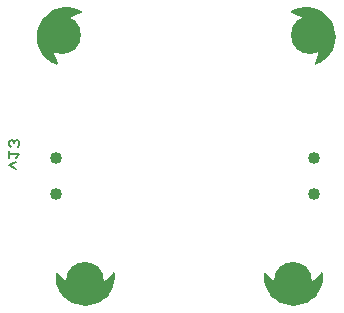
<source format=gbr>
G04 EAGLE Gerber RS-274X export*
G75*
%MOMM*%
%FSLAX34Y34*%
%LPD*%
%INBottom Copper*%
%IPPOS*%
%AMOC8*
5,1,8,0,0,1.08239X$1,22.5*%
G01*
%ADD10C,0.152400*%
%ADD11C,3.216000*%
%ADD12C,1.016000*%

G36*
X255396Y3327D02*
X255396Y3327D01*
X255486Y3345D01*
X255550Y3348D01*
X259099Y4109D01*
X259185Y4141D01*
X259248Y4154D01*
X262639Y5449D01*
X262719Y5493D01*
X262780Y5516D01*
X265932Y7314D01*
X265946Y7325D01*
X265961Y7332D01*
X266010Y7373D01*
X266061Y7401D01*
X268902Y9661D01*
X268964Y9727D01*
X269016Y9767D01*
X271477Y12433D01*
X271529Y12508D01*
X271574Y12556D01*
X273599Y15568D01*
X273639Y15649D01*
X273676Y15703D01*
X275217Y18989D01*
X275243Y19076D01*
X275272Y19135D01*
X276292Y22618D01*
X276305Y22708D01*
X276324Y22770D01*
X276800Y26368D01*
X276799Y26460D01*
X276809Y26524D01*
X276729Y30152D01*
X276720Y30206D01*
X276721Y30260D01*
X276697Y30345D01*
X276683Y30433D01*
X276660Y30482D01*
X276646Y30534D01*
X276599Y30609D01*
X276561Y30690D01*
X276525Y30730D01*
X276497Y30776D01*
X276431Y30836D01*
X276373Y30903D01*
X276327Y30931D01*
X276287Y30968D01*
X276208Y31007D01*
X276133Y31055D01*
X276081Y31070D01*
X276032Y31094D01*
X275945Y31110D01*
X275860Y31135D01*
X275806Y31135D01*
X275753Y31145D01*
X275664Y31135D01*
X275576Y31136D01*
X275524Y31121D01*
X275470Y31115D01*
X275388Y31082D01*
X275302Y31058D01*
X275256Y31029D01*
X275206Y31009D01*
X275151Y30964D01*
X275061Y30907D01*
X274998Y30838D01*
X274947Y30796D01*
X272192Y27621D01*
X269068Y24918D01*
X265591Y22686D01*
X261833Y20972D01*
X257869Y19809D01*
X253780Y19222D01*
X249648Y19222D01*
X245559Y19809D01*
X241595Y20972D01*
X237837Y22686D01*
X234360Y24918D01*
X231236Y27621D01*
X228481Y30796D01*
X228440Y30831D01*
X228406Y30873D01*
X228333Y30924D01*
X228266Y30982D01*
X228217Y31005D01*
X228173Y31036D01*
X228089Y31064D01*
X228008Y31102D01*
X227955Y31110D01*
X227904Y31127D01*
X227815Y31132D01*
X227727Y31145D01*
X227674Y31138D01*
X227620Y31141D01*
X227533Y31120D01*
X227445Y31109D01*
X227396Y31088D01*
X227343Y31075D01*
X227266Y31031D01*
X227184Y30996D01*
X227143Y30962D01*
X227096Y30935D01*
X227034Y30872D01*
X226965Y30815D01*
X226935Y30771D01*
X226897Y30732D01*
X226855Y30654D01*
X226804Y30581D01*
X226787Y30530D01*
X226762Y30482D01*
X226748Y30412D01*
X226715Y30311D01*
X226711Y30217D01*
X226699Y30152D01*
X226619Y26524D01*
X226630Y26433D01*
X226628Y26368D01*
X227104Y22770D01*
X227128Y22682D01*
X227136Y22618D01*
X228156Y19135D01*
X228194Y19052D01*
X228211Y18989D01*
X229752Y15703D01*
X229802Y15627D01*
X229829Y15568D01*
X231854Y12556D01*
X231915Y12488D01*
X231951Y12433D01*
X234412Y9767D01*
X234483Y9709D01*
X234526Y9661D01*
X237367Y7401D01*
X237402Y7381D01*
X237423Y7361D01*
X237465Y7340D01*
X237496Y7314D01*
X240648Y5516D01*
X240733Y5482D01*
X240789Y5449D01*
X244180Y4154D01*
X244268Y4133D01*
X244329Y4109D01*
X247878Y3348D01*
X247968Y3341D01*
X248032Y3327D01*
X251655Y3116D01*
X251722Y3122D01*
X251773Y3116D01*
X255396Y3327D01*
G37*
G36*
X79120Y3327D02*
X79120Y3327D01*
X79210Y3345D01*
X79274Y3348D01*
X82823Y4109D01*
X82909Y4141D01*
X82972Y4154D01*
X86363Y5449D01*
X86443Y5493D01*
X86504Y5516D01*
X89656Y7314D01*
X89670Y7325D01*
X89685Y7332D01*
X89734Y7373D01*
X89785Y7401D01*
X92626Y9661D01*
X92688Y9727D01*
X92740Y9767D01*
X95201Y12433D01*
X95253Y12508D01*
X95298Y12556D01*
X97323Y15568D01*
X97363Y15649D01*
X97400Y15703D01*
X98941Y18989D01*
X98967Y19076D01*
X98996Y19135D01*
X100016Y22618D01*
X100029Y22708D01*
X100048Y22770D01*
X100524Y26368D01*
X100523Y26460D01*
X100533Y26524D01*
X100453Y30152D01*
X100444Y30206D01*
X100445Y30260D01*
X100421Y30345D01*
X100407Y30433D01*
X100384Y30482D01*
X100370Y30534D01*
X100323Y30609D01*
X100285Y30690D01*
X100249Y30730D01*
X100221Y30776D01*
X100155Y30836D01*
X100097Y30903D01*
X100051Y30931D01*
X100011Y30968D01*
X99932Y31007D01*
X99857Y31055D01*
X99805Y31070D01*
X99756Y31094D01*
X99669Y31110D01*
X99584Y31135D01*
X99530Y31135D01*
X99477Y31145D01*
X99388Y31135D01*
X99300Y31136D01*
X99248Y31121D01*
X99194Y31115D01*
X99112Y31082D01*
X99026Y31058D01*
X98980Y31029D01*
X98930Y31009D01*
X98875Y30964D01*
X98785Y30907D01*
X98722Y30838D01*
X98671Y30796D01*
X95916Y27621D01*
X92792Y24918D01*
X89315Y22686D01*
X85557Y20972D01*
X81593Y19809D01*
X77504Y19222D01*
X73372Y19222D01*
X69283Y19809D01*
X65319Y20972D01*
X61561Y22686D01*
X58084Y24918D01*
X54960Y27621D01*
X52205Y30796D01*
X52164Y30831D01*
X52130Y30873D01*
X52057Y30924D01*
X51990Y30982D01*
X51941Y31005D01*
X51897Y31036D01*
X51813Y31064D01*
X51732Y31102D01*
X51679Y31110D01*
X51628Y31127D01*
X51539Y31132D01*
X51451Y31145D01*
X51398Y31138D01*
X51344Y31141D01*
X51257Y31120D01*
X51169Y31109D01*
X51120Y31088D01*
X51067Y31075D01*
X50990Y31031D01*
X50908Y30996D01*
X50867Y30962D01*
X50820Y30935D01*
X50758Y30872D01*
X50689Y30815D01*
X50659Y30771D01*
X50621Y30732D01*
X50579Y30654D01*
X50528Y30581D01*
X50511Y30530D01*
X50486Y30482D01*
X50472Y30412D01*
X50439Y30311D01*
X50435Y30217D01*
X50423Y30152D01*
X50343Y26524D01*
X50354Y26433D01*
X50352Y26368D01*
X50828Y22770D01*
X50852Y22682D01*
X50860Y22618D01*
X51880Y19135D01*
X51918Y19052D01*
X51935Y18989D01*
X53476Y15703D01*
X53526Y15627D01*
X53553Y15568D01*
X55578Y12556D01*
X55639Y12488D01*
X55675Y12433D01*
X58136Y9767D01*
X58207Y9709D01*
X58250Y9661D01*
X61091Y7401D01*
X61126Y7381D01*
X61147Y7361D01*
X61189Y7340D01*
X61220Y7314D01*
X64372Y5516D01*
X64457Y5482D01*
X64513Y5449D01*
X67904Y4154D01*
X67992Y4133D01*
X68053Y4109D01*
X71602Y3348D01*
X71692Y3341D01*
X71756Y3327D01*
X75379Y3116D01*
X75446Y3122D01*
X75497Y3116D01*
X79120Y3327D01*
G37*
G36*
X51235Y207118D02*
X51235Y207118D01*
X51324Y207119D01*
X51376Y207134D01*
X51430Y207140D01*
X51512Y207174D01*
X51597Y207199D01*
X51642Y207229D01*
X51692Y207249D01*
X51762Y207305D01*
X51836Y207353D01*
X51872Y207393D01*
X51914Y207427D01*
X51965Y207499D01*
X52024Y207566D01*
X52047Y207615D01*
X52078Y207659D01*
X52107Y207743D01*
X52145Y207823D01*
X52154Y207877D01*
X52171Y207928D01*
X52176Y208016D01*
X52190Y208104D01*
X52184Y208158D01*
X52186Y208212D01*
X52168Y208281D01*
X52156Y208386D01*
X52119Y208472D01*
X52102Y208537D01*
X50389Y212375D01*
X49260Y216349D01*
X48707Y220443D01*
X48741Y224574D01*
X49363Y228658D01*
X50558Y232612D01*
X52304Y236356D01*
X54565Y239814D01*
X57294Y242915D01*
X60436Y245597D01*
X60825Y245843D01*
X62431Y246858D01*
X62431Y246859D01*
X63928Y247805D01*
X67698Y249494D01*
X71740Y250650D01*
X71789Y250671D01*
X71842Y250685D01*
X71918Y250729D01*
X71999Y250765D01*
X72041Y250800D01*
X72088Y250827D01*
X72149Y250891D01*
X72217Y250948D01*
X72247Y250993D01*
X72284Y251032D01*
X72326Y251111D01*
X72375Y251185D01*
X72391Y251236D01*
X72417Y251284D01*
X72435Y251371D01*
X72462Y251455D01*
X72463Y251509D01*
X72474Y251562D01*
X72467Y251651D01*
X72470Y251740D01*
X72456Y251792D01*
X72452Y251846D01*
X72421Y251929D01*
X72398Y252015D01*
X72371Y252061D01*
X72352Y252112D01*
X72299Y252183D01*
X72254Y252260D01*
X72214Y252297D01*
X72182Y252340D01*
X72124Y252382D01*
X72047Y252455D01*
X71964Y252497D01*
X71910Y252536D01*
X68655Y254142D01*
X68568Y254170D01*
X68510Y254200D01*
X65048Y255289D01*
X64959Y255304D01*
X64897Y255324D01*
X61309Y255872D01*
X61218Y255873D01*
X61153Y255883D01*
X57524Y255876D01*
X57434Y255863D01*
X57369Y255863D01*
X53783Y255301D01*
X53696Y255274D01*
X53632Y255265D01*
X50174Y254161D01*
X50092Y254121D01*
X50030Y254102D01*
X46782Y252483D01*
X46707Y252431D01*
X46648Y252403D01*
X43686Y250306D01*
X43620Y250243D01*
X43566Y250206D01*
X40959Y247681D01*
X40904Y247609D01*
X40856Y247564D01*
X38666Y244670D01*
X38622Y244590D01*
X38582Y244539D01*
X36860Y241344D01*
X36837Y241281D01*
X36810Y241237D01*
X35470Y237865D01*
X35448Y237776D01*
X35423Y237716D01*
X34614Y234178D01*
X34606Y234087D01*
X34591Y234024D01*
X34332Y230404D01*
X34339Y230313D01*
X34333Y230248D01*
X34631Y226631D01*
X34651Y226542D01*
X34655Y226477D01*
X35502Y222948D01*
X35536Y222863D01*
X35550Y222800D01*
X36927Y219441D01*
X36973Y219363D01*
X36997Y219302D01*
X38871Y216194D01*
X38928Y216123D01*
X38961Y216067D01*
X41288Y213282D01*
X41356Y213221D01*
X41397Y213171D01*
X44122Y210774D01*
X44198Y210724D01*
X44247Y210680D01*
X47307Y208728D01*
X47390Y208690D01*
X47444Y208655D01*
X50766Y207194D01*
X50818Y207179D01*
X50867Y207156D01*
X50955Y207141D01*
X51040Y207117D01*
X51094Y207117D01*
X51147Y207108D01*
X51235Y207118D01*
G37*
G36*
X270672Y207114D02*
X270672Y207114D01*
X270726Y207111D01*
X270796Y207129D01*
X270901Y207141D01*
X270987Y207177D01*
X271052Y207194D01*
X274374Y208655D01*
X274451Y208703D01*
X274511Y208728D01*
X277571Y210680D01*
X277640Y210739D01*
X277696Y210774D01*
X280421Y213171D01*
X280480Y213240D01*
X280530Y213282D01*
X282857Y216067D01*
X282905Y216145D01*
X282947Y216194D01*
X284821Y219302D01*
X284857Y219386D01*
X284891Y219441D01*
X286268Y222800D01*
X286290Y222888D01*
X286316Y222948D01*
X287163Y226477D01*
X287171Y226568D01*
X287187Y226631D01*
X287485Y230248D01*
X287480Y230339D01*
X287486Y230404D01*
X287227Y234024D01*
X287208Y234113D01*
X287204Y234178D01*
X286395Y237716D01*
X286362Y237801D01*
X286348Y237865D01*
X285008Y241237D01*
X284974Y241296D01*
X284958Y241344D01*
X283236Y244539D01*
X283182Y244612D01*
X283152Y244670D01*
X280962Y247564D01*
X280897Y247628D01*
X280859Y247681D01*
X278252Y250206D01*
X278178Y250260D01*
X278132Y250306D01*
X275170Y252403D01*
X275089Y252444D01*
X275036Y252483D01*
X271788Y254102D01*
X271701Y254131D01*
X271644Y254161D01*
X268186Y255265D01*
X268097Y255280D01*
X268035Y255301D01*
X264449Y255863D01*
X264358Y255865D01*
X264294Y255876D01*
X260665Y255883D01*
X260574Y255871D01*
X260509Y255872D01*
X256921Y255324D01*
X256834Y255298D01*
X256770Y255289D01*
X253308Y254200D01*
X253225Y254161D01*
X253163Y254142D01*
X249908Y252536D01*
X249864Y252506D01*
X249814Y252484D01*
X249747Y252426D01*
X249673Y252376D01*
X249639Y252334D01*
X249598Y252299D01*
X249549Y252225D01*
X249492Y252157D01*
X249471Y252107D01*
X249441Y252062D01*
X249414Y251978D01*
X249379Y251896D01*
X249372Y251843D01*
X249356Y251791D01*
X249354Y251702D01*
X249342Y251614D01*
X249350Y251561D01*
X249349Y251507D01*
X249372Y251421D01*
X249385Y251333D01*
X249408Y251284D01*
X249422Y251232D01*
X249467Y251156D01*
X249504Y251075D01*
X249540Y251034D01*
X249567Y250988D01*
X249632Y250927D01*
X249690Y250860D01*
X249736Y250831D01*
X249775Y250794D01*
X249840Y250763D01*
X249929Y250705D01*
X250018Y250678D01*
X250078Y250650D01*
X254120Y249494D01*
X257890Y247805D01*
X261382Y245597D01*
X264524Y242915D01*
X267253Y239814D01*
X269514Y236356D01*
X271260Y232612D01*
X272455Y228658D01*
X273077Y224574D01*
X273111Y220443D01*
X272558Y216349D01*
X271429Y212375D01*
X269716Y208537D01*
X269701Y208485D01*
X269677Y208436D01*
X269662Y208349D01*
X269637Y208263D01*
X269638Y208209D01*
X269628Y208156D01*
X269638Y208068D01*
X269638Y207979D01*
X269653Y207927D01*
X269659Y207873D01*
X269693Y207791D01*
X269717Y207706D01*
X269746Y207660D01*
X269767Y207610D01*
X269822Y207541D01*
X269869Y207466D01*
X269910Y207430D01*
X269943Y207387D01*
X270015Y207336D01*
X270082Y207277D01*
X270131Y207254D01*
X270174Y207222D01*
X270258Y207193D01*
X270338Y207154D01*
X270392Y207146D01*
X270443Y207128D01*
X270531Y207122D01*
X270619Y207108D01*
X270672Y207114D01*
G37*
D10*
X16684Y118872D02*
X10922Y121753D01*
X16684Y124634D01*
X16684Y128227D02*
X19565Y131108D01*
X10922Y131108D01*
X10922Y128227D02*
X10922Y133989D01*
X18125Y137582D02*
X19565Y139023D01*
X19565Y141904D01*
X18125Y143345D01*
X16684Y143345D01*
X15244Y141904D01*
X15244Y140464D01*
X15244Y141904D02*
X13803Y143345D01*
X12363Y143345D01*
X10922Y141904D01*
X10922Y139023D01*
X12363Y137582D01*
D11*
X75438Y24130D03*
X251714Y24130D03*
X55880Y232410D03*
X265938Y232410D03*
D12*
X50800Y128270D03*
X50800Y97790D03*
X269240Y128270D03*
X269240Y97790D03*
M02*

</source>
